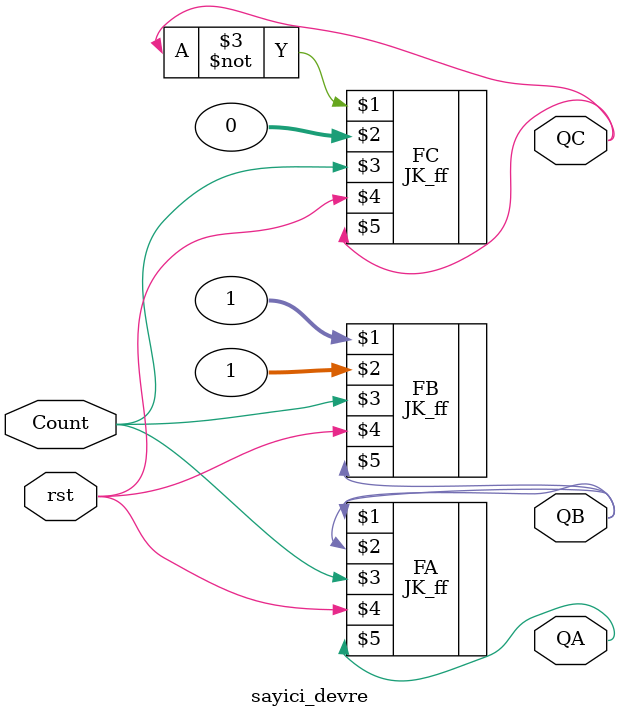
<source format=v>
module  sayici_devre (QA, QB, QC, Count, rst);
  output  QA, QB, QC;
  input  Count, rst; 
  JK_ff FA (QB, QB, Count, rst, QA);
  JK_ff FB ( 1, 1, Count, rst,QB);
  JK_ff FC (~QC,0, Count, rst, QC);   
 endmodule 
</source>
